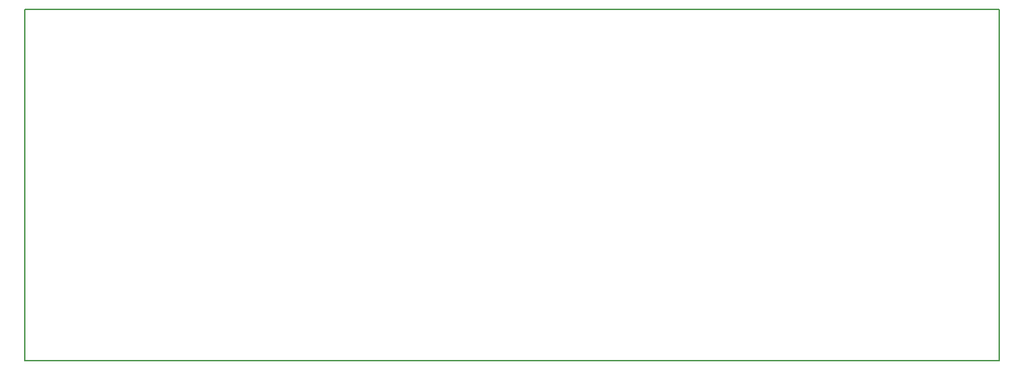
<source format=gbr>
G04 #@! TF.GenerationSoftware,KiCad,Pcbnew,5.0.1-33cea8e~68~ubuntu16.04.1*
G04 #@! TF.CreationDate,2019-05-31T14:34:39+02:00*
G04 #@! TF.ProjectId,VCOMLCD,56434F4D4C43442E6B696361645F7063,rev?*
G04 #@! TF.SameCoordinates,Original*
G04 #@! TF.FileFunction,Profile,NP*
%FSLAX46Y46*%
G04 Gerber Fmt 4.6, Leading zero omitted, Abs format (unit mm)*
G04 Created by KiCad (PCBNEW 5.0.1-33cea8e~68~ubuntu16.04.1) date pią, 31 maj 2019, 14:34:39*
%MOMM*%
%LPD*%
G01*
G04 APERTURE LIST*
%ADD10C,0.150000*%
G04 APERTURE END LIST*
D10*
X200660000Y-49530000D02*
X77470000Y-49530000D01*
X200660000Y-93980000D02*
X200660000Y-49530000D01*
X77470000Y-93980000D02*
X200660000Y-93980000D01*
X77470000Y-49530000D02*
X77470000Y-93980000D01*
M02*

</source>
